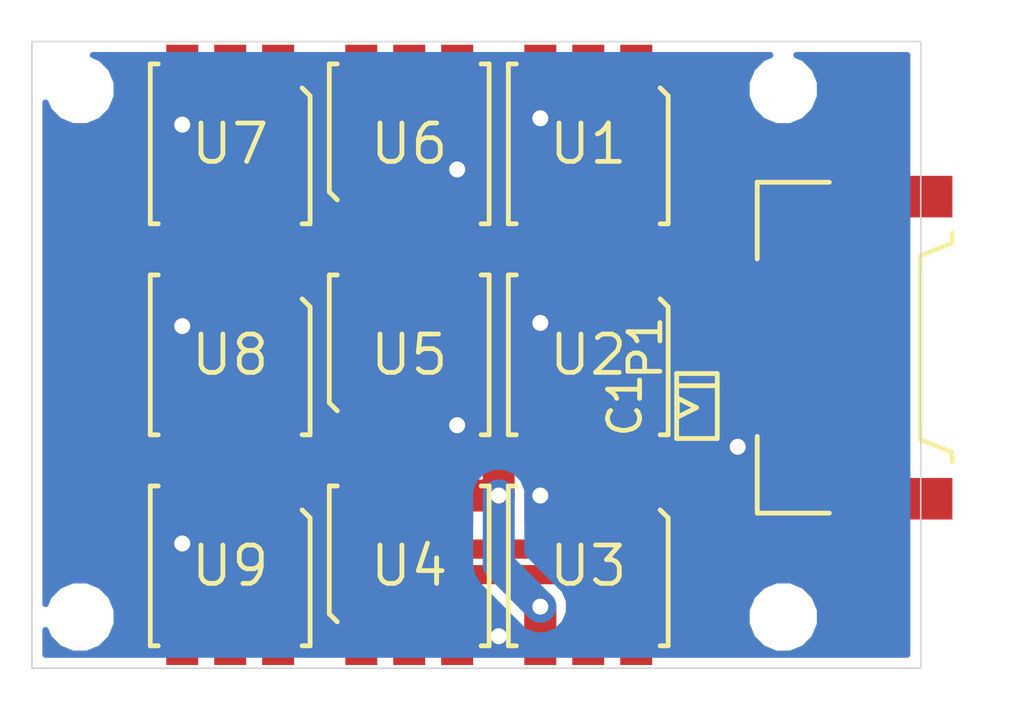
<source format=kicad_pcb>
(kicad_pcb (version 4) (host pcbnew 4.0.2-stable)

  (general
    (links 38)
    (no_connects 0)
    (area 123.974999 56.174999 151.825001 75.825001)
    (thickness 1.6)
    (drawings 4)
    (tracks 90)
    (zones 0)
    (modules 15)
    (nets 21)
  )

  (page A4)
  (layers
    (0 F.Cu signal)
    (31 B.Cu signal)
    (32 B.Adhes user)
    (33 F.Adhes user)
    (34 B.Paste user)
    (35 F.Paste user)
    (36 B.SilkS user)
    (37 F.SilkS user)
    (38 B.Mask user)
    (39 F.Mask user)
    (40 Dwgs.User user)
    (41 Cmts.User user)
    (42 Eco1.User user)
    (43 Eco2.User user)
    (44 Edge.Cuts user)
    (45 Margin user)
    (46 B.CrtYd user)
    (47 F.CrtYd user)
    (48 B.Fab user)
    (49 F.Fab user)
  )

  (setup
    (last_trace_width 0.6)
    (user_trace_width 0.3)
    (user_trace_width 0.4)
    (user_trace_width 0.5)
    (user_trace_width 0.6)
    (user_trace_width 0.8)
    (user_trace_width 1)
    (user_trace_width 2)
    (trace_clearance 0.2)
    (zone_clearance 0.3)
    (zone_45_only no)
    (trace_min 0.2)
    (segment_width 0.05)
    (edge_width 0.05)
    (via_size 0.6)
    (via_drill 0.4)
    (via_min_size 0.4)
    (via_min_drill 0.3)
    (user_via 0.8 0.5)
    (user_via 1 0.5)
    (uvia_size 0.3)
    (uvia_drill 0.1)
    (uvias_allowed no)
    (uvia_min_size 0.2)
    (uvia_min_drill 0.1)
    (pcb_text_width 0.3)
    (pcb_text_size 1.5 1.5)
    (mod_edge_width 0.15)
    (mod_text_size 1 1)
    (mod_text_width 0.15)
    (pad_size 0.8 1.5)
    (pad_drill 0)
    (pad_to_mask_clearance 0.2)
    (aux_axis_origin 126 75.9)
    (grid_origin 126 75.9)
    (visible_elements 7FFFFF7F)
    (pcbplotparams
      (layerselection 0x01008_80000001)
      (usegerberextensions false)
      (excludeedgelayer true)
      (linewidth 0.100000)
      (plotframeref false)
      (viasonmask false)
      (mode 1)
      (useauxorigin true)
      (hpglpennumber 1)
      (hpglpenspeed 20)
      (hpglpendiameter 15)
      (hpglpenoverlay 2)
      (psnegative false)
      (psa4output false)
      (plotreference false)
      (plotvalue false)
      (plotinvisibletext false)
      (padsonsilk false)
      (subtractmaskfromsilk false)
      (outputformat 1)
      (mirror false)
      (drillshape 0)
      (scaleselection 1)
      (outputdirectory gerber/))
  )

  (net 0 "")
  (net 1 GND)
  (net 2 "Net-(U1-Pad5)")
  (net 3 "Net-(U1-Pad6)")
  (net 4 "Net-(U2-Pad5)")
  (net 5 "Net-(U2-Pad6)")
  (net 6 "Net-(U3-Pad5)")
  (net 7 "Net-(U3-Pad6)")
  (net 8 "Net-(U4-Pad5)")
  (net 9 "Net-(U4-Pad6)")
  (net 10 "Net-(U6-Pad5)")
  (net 11 "Net-(U6-Pad6)")
  (net 12 "Net-(U7-Pad5)")
  (net 13 "Net-(U7-Pad6)")
  (net 14 VCC)
  (net 15 "Net-(U5-Pad5)")
  (net 16 "Net-(U5-Pad6)")
  (net 17 "Net-(U8-Pad5)")
  (net 18 "Net-(U8-Pad6)")
  (net 19 /MOSI)
  (net 20 /CLK)

  (net_class Default "This is the default net class."
    (clearance 0.2)
    (trace_width 0.25)
    (via_dia 0.6)
    (via_drill 0.4)
    (uvia_dia 0.3)
    (uvia_drill 0.1)
    (add_net /CLK)
    (add_net /MOSI)
    (add_net GND)
    (add_net "Net-(U1-Pad5)")
    (add_net "Net-(U1-Pad6)")
    (add_net "Net-(U2-Pad5)")
    (add_net "Net-(U2-Pad6)")
    (add_net "Net-(U3-Pad5)")
    (add_net "Net-(U3-Pad6)")
    (add_net "Net-(U4-Pad5)")
    (add_net "Net-(U4-Pad6)")
    (add_net "Net-(U5-Pad5)")
    (add_net "Net-(U5-Pad6)")
    (add_net "Net-(U6-Pad5)")
    (add_net "Net-(U6-Pad6)")
    (add_net "Net-(U7-Pad5)")
    (add_net "Net-(U7-Pad6)")
    (add_net "Net-(U8-Pad5)")
    (add_net "Net-(U8-Pad6)")
    (add_net VCC)
  )

  (module backlight:TantalC_SizeR_EIA-2012 (layer F.Cu) (tedit 57622F60) (tstamp 5757231A)
    (at 144.8 67.6 90)
    (descr "Tantal Cap. , Size C, EIA-2012")
    (path /57569AB2)
    (fp_text reference C1 (at 0.0254 -2.25 90) (layer F.SilkS)
      (effects (font (size 1 1) (thickness 0.15)))
    )
    (fp_text value 10uF (at -3.82398 -0.5 90) (layer F.Fab)
      (effects (font (size 1 1) (thickness 0.15)))
    )
    (fp_line (start 0.635 -0.635) (end 0.635 0.635) (layer F.SilkS) (width 0.15))
    (fp_line (start -1.016 -0.635) (end -1.016 0.635) (layer F.SilkS) (width 0.15))
    (fp_line (start -1.016 0.635) (end 1.016 0.635) (layer F.SilkS) (width 0.15))
    (fp_line (start 1.016 0.635) (end 1.016 -0.635) (layer F.SilkS) (width 0.15))
    (fp_line (start 1.016 -0.635) (end -1.016 -0.635) (layer F.SilkS) (width 0.15))
    (pad 1 smd rect (at 1.3 0 90) (size 1 1.5) (layers F.Cu F.Paste F.Mask)
      (net 14 VCC))
    (pad 2 smd rect (at -1.3 0 90) (size 0.8 1.5) (layers F.Cu F.Paste F.Mask)
      (net 1 GND))
    (model Capacitors_Tantalum_SMD.3dshapes/TantalC_SizeR_EIA-2012.wrl
      (at (xyz 0 0 0))
      (scale (xyz 1 1 1))
      (rotate (xyz 0 0 0))
    )
  )

  (module backlight:MountingHole_1.5mm (layer F.Cu) (tedit 5757D306) (tstamp 5757CC71)
    (at 147.5 57.7)
    (descr "Mounting Hole 1.5mm, no annular")
    (tags "mounting hole 1.5mm no annular")
    (zone_connect 2)
    (fp_text reference REF** (at 0 -3.5) (layer F.SilkS) hide
      (effects (font (size 1 1) (thickness 0.15)))
    )
    (fp_text value MountingHole_2.5mm (at 0 3.5) (layer F.Fab) hide
      (effects (font (size 1 1) (thickness 0.15)))
    )
    (pad "" np_thru_hole circle (at 0 0) (size 1.5 1.5) (drill 1.5) (layers *.Cu)
      (zone_connect 2))
  )

  (module backlight:MountingHole_1.5mm (layer F.Cu) (tedit 5757D306) (tstamp 5757CC85)
    (at 125.5 57.7)
    (descr "Mounting Hole 1.5mm, no annular")
    (tags "mounting hole 1.5mm no annular")
    (zone_connect 2)
    (fp_text reference REF** (at 0 -3.5) (layer F.SilkS) hide
      (effects (font (size 1 1) (thickness 0.15)))
    )
    (fp_text value MountingHole_2.5mm (at 0 3.5) (layer F.Fab) hide
      (effects (font (size 1 1) (thickness 0.15)))
    )
    (pad "" np_thru_hole circle (at 0 0) (size 1.5 1.5) (drill 1.5) (layers *.Cu)
      (zone_connect 2))
  )

  (module backlight:MountingHole_1.5mm (layer F.Cu) (tedit 5757D306) (tstamp 5757CC8E)
    (at 125.5 74.2)
    (descr "Mounting Hole 1.5mm, no annular")
    (tags "mounting hole 1.5mm no annular")
    (zone_connect 2)
    (fp_text reference REF** (at 0 -3.5) (layer F.SilkS) hide
      (effects (font (size 1 1) (thickness 0.15)))
    )
    (fp_text value MountingHole_2.5mm (at 0 3.5) (layer F.Fab) hide
      (effects (font (size 1 1) (thickness 0.15)))
    )
    (pad "" np_thru_hole circle (at 0 0) (size 1.5 1.5) (drill 1.5) (layers *.Cu)
      (zone_connect 2))
  )

  (module backlight:MountingHole_1.5mm (layer F.Cu) (tedit 5757D3C2) (tstamp 5757CC9C)
    (at 147.5 74.2)
    (descr "Mounting Hole 1.5mm, no annular")
    (tags "mounting hole 1.5mm no annular")
    (zone_connect 2)
    (fp_text reference REF** (at 0 -3.5) (layer F.SilkS) hide
      (effects (font (size 1 1) (thickness 0.15)))
    )
    (fp_text value MountingHole_2.5mm (at 0 3.5) (layer F.Fab) hide
      (effects (font (size 1 1) (thickness 0.15)))
    )
    (pad "" np_thru_hole circle (at 0 0) (size 1.5 1.5) (drill 1.5) (layers *.Cu)
      (zone_connect 2))
  )

  (module SuperLED:APA102C (layer F.Cu) (tedit 57621B08) (tstamp 575723B5)
    (at 130.2 66)
    (path /57569400)
    (fp_text reference U8 (at 0 0) (layer F.SilkS)
      (effects (font (size 1.2 1.2) (thickness 0.15)))
    )
    (fp_text value APA102C (at 0 5) (layer F.Fab) hide
      (effects (font (size 1.2 1.2) (thickness 0.15)))
    )
    (fp_line (start 2.5 2.5) (end 2.25 2.5) (layer F.SilkS) (width 0.15))
    (fp_line (start 2.5 -1.5) (end 2.25 -1.75) (layer F.SilkS) (width 0.15))
    (fp_line (start -2.5 -2.5) (end -2.5 2.5) (layer F.SilkS) (width 0.15))
    (fp_line (start -2.5 2.5) (end -2.25 2.5) (layer F.SilkS) (width 0.15))
    (fp_line (start 2.5 2.5) (end 2.5 -1.5) (layer F.SilkS) (width 0.15))
    (fp_line (start -2.25 -2.5) (end -2.5 -2.5) (layer F.SilkS) (width 0.15))
    (pad 3 smd rect (at -1.5 -2.2) (size 1 1.8) (layers F.Cu F.Paste F.Mask)
      (net 1 GND))
    (pad 4 smd rect (at -1.5 2.2) (size 1 1.8) (layers F.Cu F.Paste F.Mask)
      (net 14 VCC))
    (pad 2 smd rect (at 0 -2.2) (size 1 1.8) (layers F.Cu F.Paste F.Mask)
      (net 12 "Net-(U7-Pad5)"))
    (pad 5 smd rect (at 0 2.2) (size 1 1.8) (layers F.Cu F.Paste F.Mask)
      (net 17 "Net-(U8-Pad5)"))
    (pad 1 smd rect (at 1.5 -2.2) (size 1 1.8) (layers F.Cu F.Paste F.Mask)
      (net 13 "Net-(U7-Pad6)"))
    (pad 6 smd rect (at 1.5 2.2) (size 1 1.8) (layers F.Cu F.Paste F.Mask)
      (net 18 "Net-(U8-Pad6)"))
    (model SuperLED.3dshapes/APA102C.wrl
      (at (xyz 0 0 0))
      (scale (xyz 1 1 1))
      (rotate (xyz 0 0 0))
    )
  )

  (module SuperLED:APA102C (layer F.Cu) (tedit 57621B08) (tstamp 575723A5)
    (at 130.2 59.4)
    (path /575693D3)
    (fp_text reference U7 (at 0 0) (layer F.SilkS)
      (effects (font (size 1.2 1.2) (thickness 0.15)))
    )
    (fp_text value APA102C (at 0 5) (layer F.Fab) hide
      (effects (font (size 1.2 1.2) (thickness 0.15)))
    )
    (fp_line (start 2.5 2.5) (end 2.25 2.5) (layer F.SilkS) (width 0.15))
    (fp_line (start 2.5 -1.5) (end 2.25 -1.75) (layer F.SilkS) (width 0.15))
    (fp_line (start -2.5 -2.5) (end -2.5 2.5) (layer F.SilkS) (width 0.15))
    (fp_line (start -2.5 2.5) (end -2.25 2.5) (layer F.SilkS) (width 0.15))
    (fp_line (start 2.5 2.5) (end 2.5 -1.5) (layer F.SilkS) (width 0.15))
    (fp_line (start -2.25 -2.5) (end -2.5 -2.5) (layer F.SilkS) (width 0.15))
    (pad 3 smd rect (at -1.5 -2.2) (size 1 1.8) (layers F.Cu F.Paste F.Mask)
      (net 1 GND))
    (pad 4 smd rect (at -1.5 2.2) (size 1 1.8) (layers F.Cu F.Paste F.Mask)
      (net 14 VCC))
    (pad 2 smd rect (at 0 -2.2) (size 1 1.8) (layers F.Cu F.Paste F.Mask)
      (net 10 "Net-(U6-Pad5)"))
    (pad 5 smd rect (at 0 2.2) (size 1 1.8) (layers F.Cu F.Paste F.Mask)
      (net 12 "Net-(U7-Pad5)"))
    (pad 1 smd rect (at 1.5 -2.2) (size 1 1.8) (layers F.Cu F.Paste F.Mask)
      (net 11 "Net-(U6-Pad6)"))
    (pad 6 smd rect (at 1.5 2.2) (size 1 1.8) (layers F.Cu F.Paste F.Mask)
      (net 13 "Net-(U7-Pad6)"))
    (model SuperLED.3dshapes/APA102C.wrl
      (at (xyz 0 0 0))
      (scale (xyz 1 1 1))
      (rotate (xyz 0 0 0))
    )
  )

  (module SuperLED:APA102C (layer F.Cu) (tedit 57621B08) (tstamp 57572395)
    (at 135.8 59.4 180)
    (path /5756939B)
    (fp_text reference U6 (at 0 0 180) (layer F.SilkS)
      (effects (font (size 1.2 1.2) (thickness 0.15)))
    )
    (fp_text value APA102C (at 0 5 180) (layer F.Fab) hide
      (effects (font (size 1.2 1.2) (thickness 0.15)))
    )
    (fp_line (start 2.5 2.5) (end 2.25 2.5) (layer F.SilkS) (width 0.15))
    (fp_line (start 2.5 -1.5) (end 2.25 -1.75) (layer F.SilkS) (width 0.15))
    (fp_line (start -2.5 -2.5) (end -2.5 2.5) (layer F.SilkS) (width 0.15))
    (fp_line (start -2.5 2.5) (end -2.25 2.5) (layer F.SilkS) (width 0.15))
    (fp_line (start 2.5 2.5) (end 2.5 -1.5) (layer F.SilkS) (width 0.15))
    (fp_line (start -2.25 -2.5) (end -2.5 -2.5) (layer F.SilkS) (width 0.15))
    (pad 3 smd rect (at -1.5 -2.2 180) (size 1 1.8) (layers F.Cu F.Paste F.Mask)
      (net 1 GND))
    (pad 4 smd rect (at -1.5 2.2 180) (size 1 1.8) (layers F.Cu F.Paste F.Mask)
      (net 14 VCC))
    (pad 2 smd rect (at 0 -2.2 180) (size 1 1.8) (layers F.Cu F.Paste F.Mask)
      (net 15 "Net-(U5-Pad5)"))
    (pad 5 smd rect (at 0 2.2 180) (size 1 1.8) (layers F.Cu F.Paste F.Mask)
      (net 10 "Net-(U6-Pad5)"))
    (pad 1 smd rect (at 1.5 -2.2 180) (size 1 1.8) (layers F.Cu F.Paste F.Mask)
      (net 16 "Net-(U5-Pad6)"))
    (pad 6 smd rect (at 1.5 2.2 180) (size 1 1.8) (layers F.Cu F.Paste F.Mask)
      (net 11 "Net-(U6-Pad6)"))
    (model SuperLED.3dshapes/APA102C.wrl
      (at (xyz 0 0 0))
      (scale (xyz 1 1 1))
      (rotate (xyz 0 0 0))
    )
  )

  (module SuperLED:APA102C (layer F.Cu) (tedit 57621B08) (tstamp 57572385)
    (at 135.8 66 180)
    (path /57569370)
    (fp_text reference U5 (at 0 0 180) (layer F.SilkS)
      (effects (font (size 1.2 1.2) (thickness 0.15)))
    )
    (fp_text value APA102C (at 0 5 180) (layer F.Fab) hide
      (effects (font (size 1.2 1.2) (thickness 0.15)))
    )
    (fp_line (start 2.5 2.5) (end 2.25 2.5) (layer F.SilkS) (width 0.15))
    (fp_line (start 2.5 -1.5) (end 2.25 -1.75) (layer F.SilkS) (width 0.15))
    (fp_line (start -2.5 -2.5) (end -2.5 2.5) (layer F.SilkS) (width 0.15))
    (fp_line (start -2.5 2.5) (end -2.25 2.5) (layer F.SilkS) (width 0.15))
    (fp_line (start 2.5 2.5) (end 2.5 -1.5) (layer F.SilkS) (width 0.15))
    (fp_line (start -2.25 -2.5) (end -2.5 -2.5) (layer F.SilkS) (width 0.15))
    (pad 3 smd rect (at -1.5 -2.2 180) (size 1 1.8) (layers F.Cu F.Paste F.Mask)
      (net 1 GND))
    (pad 4 smd rect (at -1.5 2.2 180) (size 1 1.8) (layers F.Cu F.Paste F.Mask)
      (net 14 VCC))
    (pad 2 smd rect (at 0 -2.2 180) (size 1 1.8) (layers F.Cu F.Paste F.Mask)
      (net 8 "Net-(U4-Pad5)"))
    (pad 5 smd rect (at 0 2.2 180) (size 1 1.8) (layers F.Cu F.Paste F.Mask)
      (net 15 "Net-(U5-Pad5)"))
    (pad 1 smd rect (at 1.5 -2.2 180) (size 1 1.8) (layers F.Cu F.Paste F.Mask)
      (net 9 "Net-(U4-Pad6)"))
    (pad 6 smd rect (at 1.5 2.2 180) (size 1 1.8) (layers F.Cu F.Paste F.Mask)
      (net 16 "Net-(U5-Pad6)"))
    (model SuperLED.3dshapes/APA102C.wrl
      (at (xyz 0 0 0))
      (scale (xyz 1 1 1))
      (rotate (xyz 0 0 0))
    )
  )

  (module SuperLED:APA102C (layer F.Cu) (tedit 57621B08) (tstamp 57572375)
    (at 135.8 72.6 180)
    (path /57569342)
    (fp_text reference U4 (at 0 0 180) (layer F.SilkS)
      (effects (font (size 1.2 1.2) (thickness 0.15)))
    )
    (fp_text value APA102C (at 0 5 180) (layer F.Fab) hide
      (effects (font (size 1.2 1.2) (thickness 0.15)))
    )
    (fp_line (start 2.5 2.5) (end 2.25 2.5) (layer F.SilkS) (width 0.15))
    (fp_line (start 2.5 -1.5) (end 2.25 -1.75) (layer F.SilkS) (width 0.15))
    (fp_line (start -2.5 -2.5) (end -2.5 2.5) (layer F.SilkS) (width 0.15))
    (fp_line (start -2.5 2.5) (end -2.25 2.5) (layer F.SilkS) (width 0.15))
    (fp_line (start 2.5 2.5) (end 2.5 -1.5) (layer F.SilkS) (width 0.15))
    (fp_line (start -2.25 -2.5) (end -2.5 -2.5) (layer F.SilkS) (width 0.15))
    (pad 3 smd rect (at -1.5 -2.2 180) (size 1 1.8) (layers F.Cu F.Paste F.Mask)
      (net 1 GND))
    (pad 4 smd rect (at -1.5 2.2 180) (size 1 1.8) (layers F.Cu F.Paste F.Mask)
      (net 14 VCC))
    (pad 2 smd rect (at 0 -2.2 180) (size 1 1.8) (layers F.Cu F.Paste F.Mask)
      (net 6 "Net-(U3-Pad5)"))
    (pad 5 smd rect (at 0 2.2 180) (size 1 1.8) (layers F.Cu F.Paste F.Mask)
      (net 8 "Net-(U4-Pad5)"))
    (pad 1 smd rect (at 1.5 -2.2 180) (size 1 1.8) (layers F.Cu F.Paste F.Mask)
      (net 7 "Net-(U3-Pad6)"))
    (pad 6 smd rect (at 1.5 2.2 180) (size 1 1.8) (layers F.Cu F.Paste F.Mask)
      (net 9 "Net-(U4-Pad6)"))
    (model SuperLED.3dshapes/APA102C.wrl
      (at (xyz 0 0 0))
      (scale (xyz 1 1 1))
      (rotate (xyz 0 0 0))
    )
  )

  (module SuperLED:APA102C (layer F.Cu) (tedit 57621B08) (tstamp 57572365)
    (at 141.4 72.6)
    (path /57569319)
    (fp_text reference U3 (at 0 0) (layer F.SilkS)
      (effects (font (size 1.2 1.2) (thickness 0.15)))
    )
    (fp_text value APA102C (at 0 5) (layer F.Fab) hide
      (effects (font (size 1.2 1.2) (thickness 0.15)))
    )
    (fp_line (start 2.5 2.5) (end 2.25 2.5) (layer F.SilkS) (width 0.15))
    (fp_line (start 2.5 -1.5) (end 2.25 -1.75) (layer F.SilkS) (width 0.15))
    (fp_line (start -2.5 -2.5) (end -2.5 2.5) (layer F.SilkS) (width 0.15))
    (fp_line (start -2.5 2.5) (end -2.25 2.5) (layer F.SilkS) (width 0.15))
    (fp_line (start 2.5 2.5) (end 2.5 -1.5) (layer F.SilkS) (width 0.15))
    (fp_line (start -2.25 -2.5) (end -2.5 -2.5) (layer F.SilkS) (width 0.15))
    (pad 3 smd rect (at -1.5 -2.2) (size 1 1.8) (layers F.Cu F.Paste F.Mask)
      (net 1 GND))
    (pad 4 smd rect (at -1.5 2.2) (size 1 1.8) (layers F.Cu F.Paste F.Mask)
      (net 14 VCC))
    (pad 2 smd rect (at 0 -2.2) (size 1 1.8) (layers F.Cu F.Paste F.Mask)
      (net 4 "Net-(U2-Pad5)"))
    (pad 5 smd rect (at 0 2.2) (size 1 1.8) (layers F.Cu F.Paste F.Mask)
      (net 6 "Net-(U3-Pad5)"))
    (pad 1 smd rect (at 1.5 -2.2) (size 1 1.8) (layers F.Cu F.Paste F.Mask)
      (net 5 "Net-(U2-Pad6)"))
    (pad 6 smd rect (at 1.5 2.2) (size 1 1.8) (layers F.Cu F.Paste F.Mask)
      (net 7 "Net-(U3-Pad6)"))
    (model SuperLED.3dshapes/APA102C.wrl
      (at (xyz 0 0 0))
      (scale (xyz 1 1 1))
      (rotate (xyz 0 0 0))
    )
  )

  (module SuperLED:APA102C (layer F.Cu) (tedit 57621B08) (tstamp 57572355)
    (at 141.4 66)
    (path /575692F7)
    (fp_text reference U2 (at 0 0) (layer F.SilkS)
      (effects (font (size 1.2 1.2) (thickness 0.15)))
    )
    (fp_text value APA102C (at 0 5) (layer F.Fab) hide
      (effects (font (size 1.2 1.2) (thickness 0.15)))
    )
    (fp_line (start 2.5 2.5) (end 2.25 2.5) (layer F.SilkS) (width 0.15))
    (fp_line (start 2.5 -1.5) (end 2.25 -1.75) (layer F.SilkS) (width 0.15))
    (fp_line (start -2.5 -2.5) (end -2.5 2.5) (layer F.SilkS) (width 0.15))
    (fp_line (start -2.5 2.5) (end -2.25 2.5) (layer F.SilkS) (width 0.15))
    (fp_line (start 2.5 2.5) (end 2.5 -1.5) (layer F.SilkS) (width 0.15))
    (fp_line (start -2.25 -2.5) (end -2.5 -2.5) (layer F.SilkS) (width 0.15))
    (pad 3 smd rect (at -1.5 -2.2) (size 1 1.8) (layers F.Cu F.Paste F.Mask)
      (net 1 GND))
    (pad 4 smd rect (at -1.5 2.2) (size 1 1.8) (layers F.Cu F.Paste F.Mask)
      (net 14 VCC))
    (pad 2 smd rect (at 0 -2.2) (size 1 1.8) (layers F.Cu F.Paste F.Mask)
      (net 2 "Net-(U1-Pad5)"))
    (pad 5 smd rect (at 0 2.2) (size 1 1.8) (layers F.Cu F.Paste F.Mask)
      (net 4 "Net-(U2-Pad5)"))
    (pad 1 smd rect (at 1.5 -2.2) (size 1 1.8) (layers F.Cu F.Paste F.Mask)
      (net 3 "Net-(U1-Pad6)"))
    (pad 6 smd rect (at 1.5 2.2) (size 1 1.8) (layers F.Cu F.Paste F.Mask)
      (net 5 "Net-(U2-Pad6)"))
    (model SuperLED.3dshapes/APA102C.wrl
      (at (xyz 0 0 0))
      (scale (xyz 1 1 1))
      (rotate (xyz 0 0 0))
    )
  )

  (module SuperLED:APA102C (layer F.Cu) (tedit 57621B08) (tstamp 57572345)
    (at 141.4 59.4)
    (path /5756918F)
    (fp_text reference U1 (at 0 0) (layer F.SilkS)
      (effects (font (size 1.2 1.2) (thickness 0.15)))
    )
    (fp_text value APA102C (at 0 5) (layer F.Fab) hide
      (effects (font (size 1.2 1.2) (thickness 0.15)))
    )
    (fp_line (start 2.5 2.5) (end 2.25 2.5) (layer F.SilkS) (width 0.15))
    (fp_line (start 2.5 -1.5) (end 2.25 -1.75) (layer F.SilkS) (width 0.15))
    (fp_line (start -2.5 -2.5) (end -2.5 2.5) (layer F.SilkS) (width 0.15))
    (fp_line (start -2.5 2.5) (end -2.25 2.5) (layer F.SilkS) (width 0.15))
    (fp_line (start 2.5 2.5) (end 2.5 -1.5) (layer F.SilkS) (width 0.15))
    (fp_line (start -2.25 -2.5) (end -2.5 -2.5) (layer F.SilkS) (width 0.15))
    (pad 3 smd rect (at -1.5 -2.2) (size 1 1.8) (layers F.Cu F.Paste F.Mask)
      (net 1 GND))
    (pad 4 smd rect (at -1.5 2.2) (size 1 1.8) (layers F.Cu F.Paste F.Mask)
      (net 14 VCC))
    (pad 2 smd rect (at 0 -2.2) (size 1 1.8) (layers F.Cu F.Paste F.Mask)
      (net 20 /CLK))
    (pad 5 smd rect (at 0 2.2) (size 1 1.8) (layers F.Cu F.Paste F.Mask)
      (net 2 "Net-(U1-Pad5)"))
    (pad 1 smd rect (at 1.5 -2.2) (size 1 1.8) (layers F.Cu F.Paste F.Mask)
      (net 19 /MOSI))
    (pad 6 smd rect (at 1.5 2.2) (size 1 1.8) (layers F.Cu F.Paste F.Mask)
      (net 3 "Net-(U1-Pad6)"))
    (model SuperLED.3dshapes/APA102C.wrl
      (at (xyz 0 0 0))
      (scale (xyz 1 1 1))
      (rotate (xyz 0 0 0))
    )
  )

  (module SuperLED:APA102C (layer F.Cu) (tedit 57621B08) (tstamp 575723C5)
    (at 130.2 72.6)
    (path /5756943A)
    (fp_text reference U9 (at 0 0) (layer F.SilkS)
      (effects (font (size 1.2 1.2) (thickness 0.15)))
    )
    (fp_text value APA102C (at 0 5) (layer F.Fab) hide
      (effects (font (size 1.2 1.2) (thickness 0.15)))
    )
    (fp_line (start 2.5 2.5) (end 2.25 2.5) (layer F.SilkS) (width 0.15))
    (fp_line (start 2.5 -1.5) (end 2.25 -1.75) (layer F.SilkS) (width 0.15))
    (fp_line (start -2.5 -2.5) (end -2.5 2.5) (layer F.SilkS) (width 0.15))
    (fp_line (start -2.5 2.5) (end -2.25 2.5) (layer F.SilkS) (width 0.15))
    (fp_line (start 2.5 2.5) (end 2.5 -1.5) (layer F.SilkS) (width 0.15))
    (fp_line (start -2.25 -2.5) (end -2.5 -2.5) (layer F.SilkS) (width 0.15))
    (pad 3 smd rect (at -1.5 -2.2) (size 1 1.8) (layers F.Cu F.Paste F.Mask)
      (net 1 GND))
    (pad 4 smd rect (at -1.5 2.2) (size 1 1.8) (layers F.Cu F.Paste F.Mask)
      (net 14 VCC))
    (pad 2 smd rect (at 0 -2.2) (size 1 1.8) (layers F.Cu F.Paste F.Mask)
      (net 17 "Net-(U8-Pad5)"))
    (pad 5 smd rect (at 0 2.2) (size 1 1.8) (layers F.Cu F.Paste F.Mask))
    (pad 1 smd rect (at 1.5 -2.2) (size 1 1.8) (layers F.Cu F.Paste F.Mask)
      (net 18 "Net-(U8-Pad6)"))
    (pad 6 smd rect (at 1.5 2.2) (size 1 1.8) (layers F.Cu F.Paste F.Mask))
    (model SuperLED.3dshapes/APA102C.wrl
      (at (xyz 0 0 0))
      (scale (xyz 1 1 1))
      (rotate (xyz 0 0 0))
    )
  )

  (module Connectors_Molex:Molex_Panelmate-53780-0470_04x1.25mm_Angled (layer F.Cu) (tedit 577F107F) (tstamp 577F0F7E)
    (at 148.675 65.775 90)
    (descr "Molex Panelmate series connector, 1.25mm pitch, side entry SMT, P/N: 53780-0470")
    (tags "conn molex panelmate")
    (path /5756AF90)
    (attr smd)
    (fp_text reference P1 (at 0 -5.49 90) (layer F.SilkS)
      (effects (font (size 1 1) (thickness 0.15)))
    )
    (fp_text value CONN_01X05 (at 0 5.51 90) (layer F.Fab)
      (effects (font (size 1 1) (thickness 0.15)))
    )
    (fp_line (start -2.775 -1.99) (end -5.175 -1.99) (layer F.SilkS) (width 0.15))
    (fp_line (start -5.175 -1.99) (end -5.175 0.265) (layer F.SilkS) (width 0.15))
    (fp_line (start 2.775 -1.99) (end 5.175 -1.99) (layer F.SilkS) (width 0.15))
    (fp_line (start 5.175 -1.99) (end 5.175 0.265) (layer F.SilkS) (width 0.15))
    (fp_line (start -3.575 4.11) (end -3.275 4.11) (layer F.SilkS) (width 0.15))
    (fp_line (start -3.275 4.11) (end -2.875 3.11) (layer F.SilkS) (width 0.15))
    (fp_line (start -2.875 3.11) (end 2.875 3.11) (layer F.SilkS) (width 0.15))
    (fp_line (start 2.875 3.11) (end 3.275 4.11) (layer F.SilkS) (width 0.15))
    (fp_line (start 3.275 4.11) (end 3.575 4.11) (layer F.SilkS) (width 0.15))
    (fp_line (start -1.875 -3.89) (end -1.575 -4.49) (layer F.SilkS) (width 0.15))
    (fp_line (start -1.575 -4.49) (end -2.175 -4.49) (layer F.SilkS) (width 0.15))
    (fp_line (start -2.175 -4.49) (end -1.875 -3.89) (layer F.SilkS) (width 0.15))
    (fp_line (start -6.15 -4.1) (end -6.15 4.8) (layer F.CrtYd) (width 0.05))
    (fp_line (start -6.15 4.8) (end 6.15 4.8) (layer F.CrtYd) (width 0.05))
    (fp_line (start 6.15 4.8) (end 6.15 -4.1) (layer F.CrtYd) (width 0.05))
    (fp_line (start 6.15 -4.1) (end -6.15 -4.1) (layer F.CrtYd) (width 0.05))
    (pad 1 smd rect (at -1.875 -2.24 90) (size 0.8 1.5) (layers F.Cu F.Paste F.Mask)
      (net 1 GND))
    (pad 2 smd rect (at -0.625 -2.24 90) (size 0.8 1.5) (layers F.Cu F.Paste F.Mask)
      (net 14 VCC))
    (pad 3 smd rect (at 0.625 -2.24 90) (size 0.8 1.5) (layers F.Cu F.Paste F.Mask)
      (net 20 /CLK))
    (pad 4 smd rect (at 1.875 -2.24 90) (size 0.8 1.5) (layers F.Cu F.Paste F.Mask)
      (net 19 /MOSI))
    (pad "" smd rect (at 4.725 2.44 90) (size 1.3 3.35) (layers F.Cu F.Paste F.Mask))
    (pad "" smd rect (at -4.725 2.44 90) (size 1.3 3.35) (layers F.Cu F.Paste F.Mask))
    (model Connectors_Molex.3dshapes/Molex_Panelmate-53780-0470_04x1.25mm_Angled.wrl
      (at (xyz 0 0 0))
      (scale (xyz 1 1 1))
      (rotate (xyz 0 0 0))
    )
  )

  (gr_line (start 151.8 56.2) (end 124 56.2) (layer Edge.Cuts) (width 0.05))
  (gr_line (start 124 56.2) (end 124 75.8) (layer Edge.Cuts) (width 0.05))
  (gr_line (start 151.8 75.8) (end 151.8 56.2) (layer Edge.Cuts) (width 0.05))
  (gr_line (start 124 75.8) (end 151.8 75.8) (layer Edge.Cuts) (width 0.05))

  (segment (start 146.435 67.65) (end 146.435 68.515) (width 0.8) (layer F.Cu) (net 1))
  (segment (start 146.435 68.515) (end 146.075 68.875) (width 0.8) (layer F.Cu) (net 1))
  (segment (start 144.8 68.9) (end 146.05 68.9) (width 0.8) (layer F.Cu) (net 1))
  (segment (start 146.05 68.9) (end 146.075 68.875) (width 0.8) (layer F.Cu) (net 1))
  (via (at 146.075 68.875) (size 1) (drill 0.5) (layers F.Cu B.Cu) (net 1))
  (segment (start 128.7 63.8) (end 128.7 65.1) (width 1) (layer F.Cu) (net 1))
  (via (at 128.7 65.1) (size 1) (drill 0.5) (layers F.Cu B.Cu) (net 1))
  (segment (start 139.9 63.8) (end 139.9 65) (width 1) (layer F.Cu) (net 1))
  (via (at 139.9 65) (size 1) (drill 0.5) (layers F.Cu B.Cu) (net 1))
  (segment (start 137.3 74.8) (end 138.6 74.8) (width 1) (layer F.Cu) (net 1))
  (via (at 138.6 74.8) (size 1) (drill 0.5) (layers F.Cu B.Cu) (net 1))
  (via (at 137.3 68.2) (size 1) (drill 0.5) (layers F.Cu B.Cu) (net 1))
  (via (at 139.9 70.4) (size 1) (drill 0.5) (layers F.Cu B.Cu) (net 1))
  (segment (start 128.7 70.4) (end 128.7 71.9) (width 1) (layer F.Cu) (net 1))
  (via (at 128.7 71.9) (size 1) (drill 0.5) (layers F.Cu B.Cu) (net 1))
  (segment (start 137.3 61.6) (end 137.3 60.2) (width 1) (layer F.Cu) (net 1))
  (via (at 137.3 60.2) (size 1) (drill 0.5) (layers F.Cu B.Cu) (net 1))
  (segment (start 139.9 57.2) (end 139.9 58.6) (width 1) (layer F.Cu) (net 1))
  (via (at 139.9 58.6) (size 1) (drill 0.5) (layers F.Cu B.Cu) (net 1))
  (segment (start 128.7 57.2) (end 128.7 58.8) (width 1) (layer F.Cu) (net 1))
  (via (at 128.7 58.8) (size 1) (drill 0.5) (layers F.Cu B.Cu) (net 1))
  (segment (start 141.4 61.6) (end 141.4 63.8) (width 1) (layer F.Cu) (net 2))
  (segment (start 142.9 61.6) (end 142.9 63.8) (width 1) (layer F.Cu) (net 3))
  (segment (start 141.4 68.2) (end 141.4 70.4) (width 1) (layer F.Cu) (net 4))
  (segment (start 142.9 68.2) (end 142.9 70.4) (width 1) (layer F.Cu) (net 5))
  (segment (start 141.4 74.8) (end 141.4 73.3) (width 0.6) (layer F.Cu) (net 6))
  (segment (start 136.225001 72.874999) (end 135.8 73.3) (width 0.6) (layer F.Cu) (net 6))
  (segment (start 141.4 73.3) (end 140.974999 72.874999) (width 0.6) (layer F.Cu) (net 6))
  (segment (start 140.974999 72.874999) (end 136.225001 72.874999) (width 0.6) (layer F.Cu) (net 6))
  (segment (start 135.8 73.3) (end 135.8 74.8) (width 0.6) (layer F.Cu) (net 6))
  (segment (start 142.9 74.8) (end 142.9 73.668616) (width 0.6) (layer F.Cu) (net 7))
  (segment (start 142.9 73.668616) (end 141.306373 72.074989) (width 0.6) (layer F.Cu) (net 7))
  (segment (start 141.306373 72.074989) (end 135.525011 72.074989) (width 0.6) (layer F.Cu) (net 7))
  (segment (start 135.525011 72.074989) (end 134.3 73.3) (width 0.6) (layer F.Cu) (net 7))
  (segment (start 134.3 73.3) (end 134.3 74.8) (width 0.6) (layer F.Cu) (net 7))
  (segment (start 135.8 68.2) (end 135.8 70.4) (width 1) (layer F.Cu) (net 8))
  (segment (start 134.3 68.2) (end 134.3 70.4) (width 1) (layer F.Cu) (net 9))
  (segment (start 130.2 57.2) (end 130.2 58.000002) (width 0.6) (layer F.Cu) (net 10))
  (segment (start 130.2 58.000002) (end 130.799999 58.600001) (width 0.6) (layer F.Cu) (net 10))
  (segment (start 130.799999 58.600001) (end 135.200001 58.600001) (width 0.6) (layer F.Cu) (net 10))
  (segment (start 135.200001 58.600001) (end 135.8 58.000002) (width 0.6) (layer F.Cu) (net 10))
  (segment (start 135.8 58.000002) (end 135.8 57.2) (width 0.6) (layer F.Cu) (net 10))
  (segment (start 131.7 57.2) (end 134.3 57.2) (width 1) (layer F.Cu) (net 11))
  (segment (start 134.3 57.2) (end 134.3 57.6) (width 0.6) (layer F.Cu) (net 11))
  (segment (start 130.2 61.6) (end 130.2 63.8) (width 1) (layer F.Cu) (net 12))
  (segment (start 131.7 61.6) (end 131.7 63.8) (width 1) (layer F.Cu) (net 13))
  (segment (start 139.9 73.875) (end 138.6 72.575) (width 1) (layer B.Cu) (net 14))
  (via (at 138.6 70.4) (size 1) (drill 0.5) (layers F.Cu B.Cu) (net 14))
  (segment (start 138.6 72.575) (end 138.6 70.4) (width 1) (layer B.Cu) (net 14))
  (segment (start 139.9 74.8) (end 139.9 73.875) (width 1) (layer F.Cu) (net 14))
  (via (at 139.9 73.875) (size 1) (drill 0.5) (layers F.Cu B.Cu) (net 14))
  (segment (start 127.4 74.8) (end 127.4 68.1) (width 1) (layer F.Cu) (net 14))
  (segment (start 127.4 68.1) (end 127.4 66.5) (width 1) (layer F.Cu) (net 14))
  (segment (start 128.7 68.2) (end 127.5 68.2) (width 1) (layer F.Cu) (net 14))
  (segment (start 127.5 68.2) (end 127.4 68.1) (width 1) (layer F.Cu) (net 14))
  (segment (start 138.6 66.3) (end 138.6 68.1) (width 1) (layer F.Cu) (net 14))
  (segment (start 138.6 68.1) (end 138.6 70.4) (width 1) (layer F.Cu) (net 14))
  (segment (start 139.9 68.2) (end 138.7 68.2) (width 1) (layer F.Cu) (net 14))
  (segment (start 138.7 68.2) (end 138.6 68.1) (width 1) (layer F.Cu) (net 14))
  (segment (start 137.3 63.8) (end 138.5 63.8) (width 1) (layer F.Cu) (net 14))
  (segment (start 138.5 63.8) (end 138.6 63.7) (width 1) (layer F.Cu) (net 14))
  (segment (start 138.6 66.3) (end 127.700001 66.300001) (width 1) (layer F.Cu) (net 14))
  (segment (start 127.700001 66.300001) (end 127.4 66) (width 1) (layer F.Cu) (net 14))
  (segment (start 138.6 63.7) (end 138.6 66.3) (width 1) (layer F.Cu) (net 14))
  (segment (start 144.8 66.3) (end 143.05 66.3) (width 1) (layer F.Cu) (net 14))
  (segment (start 143.05 66.3) (end 138.6 66.3) (width 1) (layer F.Cu) (net 14))
  (segment (start 138.6 61.6) (end 138.6 63.7) (width 1) (layer F.Cu) (net 14))
  (segment (start 127.4 66.5) (end 127.4 66) (width 1) (layer F.Cu) (net 14))
  (segment (start 127.4 66) (end 127.4 61.6) (width 1) (layer F.Cu) (net 14))
  (segment (start 127.4 61.6) (end 128.7 61.6) (width 1) (layer F.Cu) (net 14))
  (segment (start 128.7 74.8) (end 127.4 74.8) (width 1) (layer F.Cu) (net 14))
  (segment (start 146.7 66.4) (end 144.8 66.4) (width 0.8) (layer F.Cu) (net 14))
  (segment (start 137.3 70.4) (end 138.6 70.4) (width 1) (layer F.Cu) (net 14))
  (segment (start 138.6 61.6) (end 138.6 57.2) (width 1) (layer F.Cu) (net 14))
  (segment (start 139.9 61.6) (end 138.6 61.6) (width 1) (layer F.Cu) (net 14))
  (segment (start 138.6 57.2) (end 137.3 57.2) (width 1) (layer F.Cu) (net 14))
  (segment (start 135.8 61.6) (end 135.8 63.8) (width 1) (layer F.Cu) (net 15))
  (segment (start 134.3 61.6) (end 134.3 63.8) (width 1) (layer F.Cu) (net 16))
  (segment (start 130.2 68.2) (end 130.2 70.4) (width 1) (layer F.Cu) (net 17))
  (segment (start 131.7 68.2) (end 131.7 70.4) (width 1) (layer F.Cu) (net 18))
  (segment (start 146.7 63.9) (end 146.7 59.9) (width 0.6) (layer F.Cu) (net 19))
  (segment (start 146.7 59.9) (end 144 57.2) (width 0.6) (layer F.Cu) (net 19))
  (segment (start 144 57.2) (end 142.9 57.2) (width 0.6) (layer F.Cu) (net 19))
  (segment (start 146.15 63.9) (end 146.7 63.9) (width 0.6) (layer F.Cu) (net 19))
  (segment (start 146.7 65.15) (end 145.699998 65.15) (width 0.6) (layer F.Cu) (net 20))
  (segment (start 145.699998 65.15) (end 143.90001 63.350012) (width 0.6) (layer F.Cu) (net 20))
  (segment (start 143.90001 60.40001) (end 141.4 57.9) (width 0.6) (layer F.Cu) (net 20))
  (segment (start 143.90001 63.350012) (end 143.90001 60.40001) (width 0.6) (layer F.Cu) (net 20))
  (segment (start 141.4 57.9) (end 141.4 57.2) (width 0.6) (layer F.Cu) (net 20))
  (segment (start 146.599999 65.049999) (end 146.7 65.15) (width 0.6) (layer F.Cu) (net 20))

  (zone (net 1) (net_name GND) (layer B.Cu) (tstamp 0) (hatch edge 0.508)
    (connect_pads (clearance 0.3))
    (min_thickness 0.2)
    (fill yes (arc_segments 16) (thermal_gap 0.401) (thermal_bridge_width 0.401))
    (polygon
      (pts
        (xy 123 54.9) (xy 123 76.9) (xy 152 76.9) (xy 152 54.9)
      )
    )
    (filled_polygon
      (pts
        (xy 146.849428 56.724509) (xy 146.525646 57.047727) (xy 146.3502 57.470247) (xy 146.349801 57.927746) (xy 146.524509 58.350572)
        (xy 146.847727 58.674354) (xy 147.270247 58.8498) (xy 147.727746 58.850199) (xy 148.150572 58.675491) (xy 148.474354 58.352273)
        (xy 148.6498 57.929753) (xy 148.650199 57.472254) (xy 148.475491 57.049428) (xy 148.152273 56.725646) (xy 147.909891 56.625)
        (xy 151.375 56.625) (xy 151.375 75.375) (xy 124.425 75.375) (xy 124.425 74.609742) (xy 124.524509 74.850572)
        (xy 124.847727 75.174354) (xy 125.270247 75.3498) (xy 125.727746 75.350199) (xy 126.150572 75.175491) (xy 126.474354 74.852273)
        (xy 126.6498 74.429753) (xy 126.650199 73.972254) (xy 126.475491 73.549428) (xy 126.152273 73.225646) (xy 125.729753 73.0502)
        (xy 125.272254 73.049801) (xy 124.849428 73.224509) (xy 124.525646 73.547727) (xy 124.425 73.790109) (xy 124.425 70.578236)
        (xy 137.699844 70.578236) (xy 137.7 70.578614) (xy 137.7 72.575) (xy 137.768508 72.919415) (xy 137.963604 73.211396)
        (xy 139.263048 74.51084) (xy 139.389525 74.637538) (xy 139.555584 74.706491) (xy 139.555585 74.706492) (xy 139.555586 74.706492)
        (xy 139.720194 74.774843) (xy 140.078236 74.775156) (xy 140.409143 74.638428) (xy 140.620193 74.427746) (xy 146.349801 74.427746)
        (xy 146.524509 74.850572) (xy 146.847727 75.174354) (xy 147.270247 75.3498) (xy 147.727746 75.350199) (xy 148.150572 75.175491)
        (xy 148.474354 74.852273) (xy 148.6498 74.429753) (xy 148.650199 73.972254) (xy 148.475491 73.549428) (xy 148.152273 73.225646)
        (xy 147.729753 73.0502) (xy 147.272254 73.049801) (xy 146.849428 73.224509) (xy 146.525646 73.547727) (xy 146.3502 73.970247)
        (xy 146.349801 74.427746) (xy 140.620193 74.427746) (xy 140.662538 74.385475) (xy 140.73149 74.219419) (xy 140.731492 74.219416)
        (xy 140.731493 74.219413) (xy 140.799843 74.054806) (xy 140.800156 73.696764) (xy 140.663428 73.365857) (xy 140.410475 73.112462)
        (xy 140.410097 73.112305) (xy 139.5 72.202208) (xy 139.5 70.4) (xy 139.500156 70.221764) (xy 139.363428 69.890857)
        (xy 139.110475 69.637462) (xy 138.944416 69.568509) (xy 138.944415 69.568508) (xy 138.944414 69.568508) (xy 138.779806 69.500157)
        (xy 138.421764 69.499844) (xy 138.090857 69.636572) (xy 137.837462 69.889525) (xy 137.700157 70.220194) (xy 137.699844 70.578236)
        (xy 124.425 70.578236) (xy 124.425 58.109742) (xy 124.524509 58.350572) (xy 124.847727 58.674354) (xy 125.270247 58.8498)
        (xy 125.727746 58.850199) (xy 126.150572 58.675491) (xy 126.474354 58.352273) (xy 126.6498 57.929753) (xy 126.650199 57.472254)
        (xy 126.475491 57.049428) (xy 126.152273 56.725646) (xy 125.909891 56.625) (xy 147.090258 56.625)
      )
    )
  )
)

</source>
